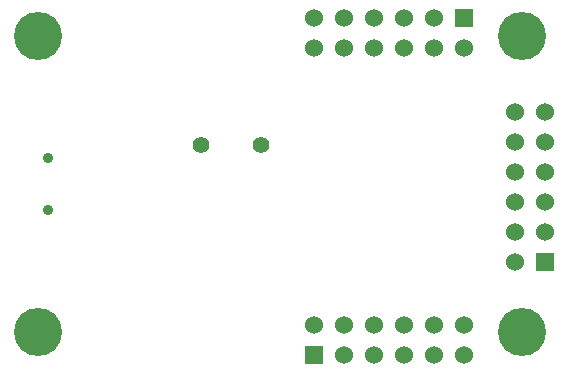
<source format=gbs>
G04 (created by PCBNEW (2013-07-24 BZR 4024)-stable) date Fri 24 Jul 2015 04:08:31 PM NZST*
%MOIN*%
G04 Gerber Fmt 3.4, Leading zero omitted, Abs format*
%FSLAX34Y34*%
G01*
G70*
G90*
G04 APERTURE LIST*
%ADD10C,0.005*%
%ADD11C,0.056*%
%ADD12R,0.06X0.06*%
%ADD13C,0.06*%
%ADD14C,0.16*%
%ADD15C,0.0354*%
G04 APERTURE END LIST*
G54D10*
G54D11*
X36823Y-24995D03*
X38823Y-24995D03*
G54D12*
X48296Y-28877D03*
G54D13*
X47296Y-28877D03*
X48296Y-27877D03*
X47296Y-27877D03*
X48296Y-26877D03*
X47296Y-26877D03*
X48296Y-25877D03*
X47296Y-25877D03*
X48296Y-24877D03*
X47296Y-24877D03*
X48296Y-23877D03*
X47296Y-23877D03*
G54D12*
X40571Y-31995D03*
G54D13*
X40571Y-30995D03*
X41571Y-31995D03*
X41571Y-30995D03*
X42571Y-31995D03*
X42571Y-30995D03*
X43571Y-31995D03*
X43571Y-30995D03*
X44571Y-31995D03*
X44571Y-30995D03*
X45571Y-31995D03*
X45571Y-30995D03*
G54D12*
X45571Y-20759D03*
G54D13*
X45571Y-21759D03*
X44571Y-20759D03*
X44571Y-21759D03*
X43571Y-20759D03*
X43571Y-21759D03*
X42571Y-20759D03*
X42571Y-21759D03*
X41571Y-20759D03*
X41571Y-21759D03*
X40571Y-20759D03*
X40571Y-21759D03*
G54D14*
X47508Y-31216D03*
X31366Y-21374D03*
X47508Y-21374D03*
X31366Y-31216D03*
G54D15*
X31720Y-27161D03*
X31720Y-25429D03*
M02*

</source>
